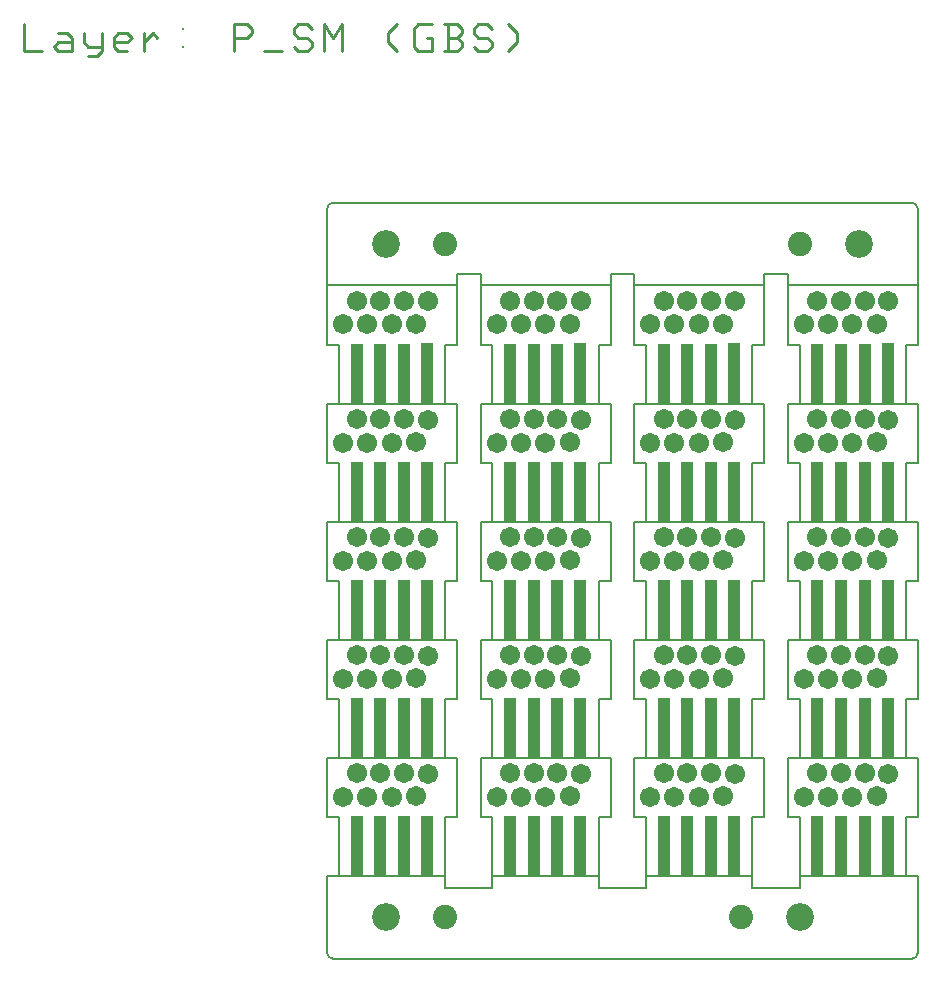
<source format=gbs>
*
%FSTAX26Y26*%
%MOIN*%
%ADD10C,0.067055*%
%ADD11C,0.006000*%
%ADD12R,0.044370X0.201850*%
%ADD13C,0.080709*%
%ADD14C,0.092717*%
%ADD15C,0.010000*%
%IPPOS*%
%LNp_sm(gbs)*%
%LPD*%
G75*
G54D10*
X00098425Y0061811D03*
X00133858Y0053937D03*
X00255906Y0061811D03*
X00297244Y00541339D03*
X00334646Y00616142D03*
X0005315Y0053937D03*
X00177165Y0061811D03*
X00214567Y0053937D03*
G54D11*
XY00472441D02*
X0003937D01*
Y00275591D01*
X00391732D01*
X00393701Y00277559D01*
Y00472441D01*
X00433071D01*
Y00669291D01*
XD01*
Y00472441D01*
G54D12*
X00098425Y00374016D03*
X00177165D03*
X00255906D03*
X00332677Y00375984D03*
G54D10*
X00098425Y01011811D03*
X00133858Y00933071D03*
X00255906Y01011811D03*
X00297244Y00935039D03*
X00334646Y01009843D03*
X0005315Y00933071D03*
X00177165Y01011811D03*
X00214567Y00933071D03*
G54D11*
XY00866142D02*
X0003937D01*
Y00669291D01*
X00391732D01*
X00393701Y0067126D01*
Y00866142D01*
X00433071D01*
Y01062992D01*
XD01*
Y00866142D01*
G54D12*
X00098425Y00767717D03*
X00177165D03*
X00255906D03*
X00332677Y00769685D03*
G54D10*
X00098425Y01405512D03*
X00133858Y01326772D03*
X00255906Y01405512D03*
X00297244Y0132874D03*
X00334646Y01403543D03*
X0005315Y01326772D03*
X00177165Y01405512D03*
X00214567Y01326772D03*
G54D11*
XY01259843D02*
X0003937D01*
Y01062992D01*
X00391732D01*
X00393701Y01064961D01*
Y01259843D01*
X00433071D01*
Y01456693D01*
XD01*
Y01259843D01*
G54D12*
X00098425Y01161417D03*
X00177165D03*
X00255906D03*
X00332677Y01163386D03*
G54D10*
X00098425Y01799213D03*
X00133858Y01720472D03*
X00255906Y01799213D03*
X00297244Y01722441D03*
X00334646Y01797244D03*
X0005315Y01720472D03*
X00177165Y01799213D03*
X00214567Y01720472D03*
G54D11*
XY01653543D02*
X0003937D01*
Y01456693D01*
X00391732D01*
X00393701Y01458661D01*
Y01653543D01*
X00433071D01*
Y01850394D01*
XD01*
Y01653543D01*
G54D12*
X00098425Y01555118D03*
X00177165D03*
X00255906D03*
X00332677Y01557087D03*
G54D10*
X00098425Y02192913D03*
X00133858Y02114173D03*
X00255906Y02192913D03*
X00297244Y02116142D03*
X00334646Y02190945D03*
X0005315Y02114173D03*
X00177165Y02192913D03*
X00214567Y02114173D03*
G54D11*
XY02047244D02*
X0003937D01*
Y01850394D01*
X00391732D01*
X00393701Y01852362D01*
Y02047244D01*
X00433071D01*
Y02244094D01*
XD01*
Y02047244D01*
G54D12*
X00098425Y01948819D03*
X00177165D03*
X00255906D03*
X00332677Y01950787D03*
G54D10*
X00610236Y0061811D03*
X00645669Y0053937D03*
X00767717Y0061811D03*
X00809055Y00541339D03*
X00846457Y00616142D03*
X00564961Y0053937D03*
X00688976Y0061811D03*
X00726378Y0053937D03*
G54D11*
X00511811Y00472441D02*
X00551181D01*
Y00275591D01*
X00903543D01*
X00905512Y00277559D01*
Y00472441D01*
X00944882D01*
Y00669291D01*
X00511811D01*
Y00472441D01*
G54D12*
X00610236Y00374016D03*
X00688976D03*
X00767717D03*
X00844488Y00375984D03*
G54D10*
X00610236Y01011811D03*
X00645669Y00933071D03*
X00767717Y01011811D03*
X00809055Y00935039D03*
X00846457Y01009843D03*
X00564961Y00933071D03*
X00688976Y01011811D03*
X00726378Y00933071D03*
G54D11*
X00511811Y00866142D02*
X00551181D01*
Y00669291D01*
X00903543D01*
X00905512Y0067126D01*
Y00866142D01*
X00944882D01*
Y01062992D01*
X00511811D01*
Y00866142D01*
G54D12*
X00610236Y00767717D03*
X00688976D03*
X00767717D03*
X00844488Y00769685D03*
G54D10*
X00610236Y01405512D03*
X00645669Y01326772D03*
X00767717Y01405512D03*
X00809055Y0132874D03*
X00846457Y01403543D03*
X00564961Y01326772D03*
X00688976Y01405512D03*
X00726378Y01326772D03*
G54D11*
X00511811Y01259843D02*
X00551181D01*
Y01062992D01*
X00903543D01*
X00905512Y01064961D01*
Y01259843D01*
X00944882D01*
Y01456693D01*
X00511811D01*
Y01259843D01*
G54D12*
X00610236Y01161417D03*
X00688976D03*
X00767717D03*
X00844488Y01163386D03*
G54D10*
X00610236Y01799213D03*
X00645669Y01720472D03*
X00767717Y01799213D03*
X00809055Y01722441D03*
X00846457Y01797244D03*
X00564961Y01720472D03*
X00688976Y01799213D03*
X00726378Y01720472D03*
G54D11*
X00511811Y01653543D02*
X00551181D01*
Y01456693D01*
X00903543D01*
X00905512Y01458661D01*
Y01653543D01*
X00944882D01*
Y01850394D01*
X00511811D01*
Y01653543D01*
G54D12*
X00610236Y01555118D03*
X00688976D03*
X00767717D03*
X00844488Y01557087D03*
G54D10*
X00610236Y02192913D03*
X00645669Y02114173D03*
X00767717Y02192913D03*
X00809055Y02116142D03*
X00846457Y02190945D03*
X00564961Y02114173D03*
X00688976Y02192913D03*
X00726378Y02114173D03*
G54D11*
X00511811Y02047244D02*
X00551181D01*
Y01850394D01*
X00903543D01*
X00905512Y01852362D01*
Y02047244D01*
X00944882D01*
Y02244094D01*
X00511811D01*
Y02047244D01*
G54D12*
X00610236Y01948819D03*
X00688976D03*
X00767717D03*
X00844488Y01950787D03*
G54D10*
X01122047Y0061811D03*
X0115748Y0053937D03*
X01279528Y0061811D03*
X01320866Y00541339D03*
X01358268Y00616142D03*
X01076772Y0053937D03*
X01200787Y0061811D03*
X01238189Y0053937D03*
G54D11*
X01023622Y00472441D02*
X01062992D01*
Y00275591D01*
X01415354D01*
X01417323Y00277559D01*
Y00472441D01*
X01456693D01*
Y00669291D01*
X01023622D01*
Y00472441D01*
G54D12*
X01122047Y00374016D03*
X01200787D03*
X01279528D03*
X01356299Y00375984D03*
G54D10*
X01122047Y01011811D03*
X0115748Y00933071D03*
X01279528Y01011811D03*
X01320866Y00935039D03*
X01358268Y01009843D03*
X01076772Y00933071D03*
X01200787Y01011811D03*
X01238189Y00933071D03*
G54D11*
X01023622Y00866142D02*
X01062992D01*
Y00669291D01*
X01415354D01*
X01417323Y0067126D01*
Y00866142D01*
X01456693D01*
Y01062992D01*
X01023622D01*
Y00866142D01*
G54D12*
X01122047Y00767717D03*
X01200787D03*
X01279528D03*
X01356299Y00769685D03*
G54D10*
X01122047Y01405512D03*
X0115748Y01326772D03*
X01279528Y01405512D03*
X01320866Y0132874D03*
X01358268Y01403543D03*
X01076772Y01326772D03*
X01200787Y01405512D03*
X01238189Y01326772D03*
G54D11*
X01023622Y01259843D02*
X01062992D01*
Y01062992D01*
X01415354D01*
X01417323Y01064961D01*
Y01259843D01*
X01456693D01*
Y01456693D01*
X01023622D01*
Y01259843D01*
G54D12*
X01122047Y01161417D03*
X01200787D03*
X01279528D03*
X01356299Y01163386D03*
G54D10*
X01122047Y01799213D03*
X0115748Y01720472D03*
X01279528Y01799213D03*
X01320866Y01722441D03*
X01358268Y01797244D03*
X01076772Y01720472D03*
X01200787Y01799213D03*
X01238189Y01720472D03*
G54D11*
X01023622Y01653543D02*
X01062992D01*
Y01456693D01*
X01415354D01*
X01417323Y01458661D01*
Y01653543D01*
X01456693D01*
Y01850394D01*
X01023622D01*
Y01653543D01*
G54D12*
X01122047Y01555118D03*
X01200787D03*
X01279528D03*
X01356299Y01557087D03*
G54D10*
X01122047Y02192913D03*
X0115748Y02114173D03*
X01279528Y02192913D03*
X01320866Y02116142D03*
X01358268Y02190945D03*
X01076772Y02114173D03*
X01200787Y02192913D03*
X01238189Y02114173D03*
G54D11*
X01023622Y02047244D02*
X01062992D01*
Y01850394D01*
X01415354D01*
X01417323Y01852362D01*
Y02047244D01*
X01456693D01*
Y02244094D01*
X01023622D01*
Y02047244D01*
G54D12*
X01122047Y01948819D03*
X01200787D03*
X01279528D03*
X01356299Y01950787D03*
G54D10*
X01633858Y0061811D03*
X01669291Y0053937D03*
X01791339Y0061811D03*
X01832677Y00541339D03*
X01870079Y00616142D03*
X01588583Y0053937D03*
X01712598Y0061811D03*
X0175Y0053937D03*
G54D11*
X01535433Y00472441D02*
X01574803D01*
Y00275591D01*
X01927165D01*
X01929134Y00277559D01*
Y00472441D01*
X01968504D01*
Y00669291D01*
X01535433D01*
Y00472441D01*
G54D12*
X01633858Y00374016D03*
X01712598D03*
X01791339D03*
X0186811Y00375984D03*
G54D10*
X01633858Y01011811D03*
X01669291Y00933071D03*
X01791339Y01011811D03*
X01832677Y00935039D03*
X01870079Y01009843D03*
X01588583Y00933071D03*
X01712598Y01011811D03*
X0175Y00933071D03*
G54D11*
X01535433Y00866142D02*
X01574803D01*
Y00669291D01*
X01927165D01*
X01929134Y0067126D01*
Y00866142D01*
X01968504D01*
Y01062992D01*
X01535433D01*
Y00866142D01*
G54D12*
X01633858Y00767717D03*
X01712598D03*
X01791339D03*
X0186811Y00769685D03*
G54D10*
X01633858Y01405512D03*
X01669291Y01326772D03*
X01791339Y01405512D03*
X01832677Y0132874D03*
X01870079Y01403543D03*
X01588583Y01326772D03*
X01712598Y01405512D03*
X0175Y01326772D03*
G54D11*
X01535433Y01259843D02*
X01574803D01*
Y01062992D01*
X01927165D01*
X01929134Y01064961D01*
Y01259843D01*
X01968504D01*
Y01456693D01*
X01535433D01*
Y01259843D01*
G54D12*
X01633858Y01161417D03*
X01712598D03*
X01791339D03*
X0186811Y01163386D03*
G54D10*
X01633858Y01799213D03*
X01669291Y01720472D03*
X01791339Y01799213D03*
X01832677Y01722441D03*
X01870079Y01797244D03*
X01588583Y01720472D03*
X01712598Y01799213D03*
X0175Y01720472D03*
G54D11*
X01535433Y01653543D02*
X01574803D01*
Y01456693D01*
X01927165D01*
X01929134Y01458661D01*
Y01653543D01*
X01968504D01*
Y01850394D01*
X01535433D01*
Y01653543D01*
G54D12*
X01633858Y01555118D03*
X01712598D03*
X01791339D03*
X0186811Y01557087D03*
G54D10*
X01633858Y02192913D03*
X01669291Y02114173D03*
X01791339Y02192913D03*
X01832677Y02116142D03*
X01870079Y02190945D03*
X01588583Y02114173D03*
X01712598Y02192913D03*
X0175Y02114173D03*
G54D11*
X01535433Y02047244D02*
X01574803D01*
Y01850394D01*
X01927165D01*
X01929134Y01852362D01*
Y02047244D01*
X01968504D01*
Y02244094D01*
X01535433D01*
Y02047244D01*
G54D12*
X01633858Y01948819D03*
X01712598D03*
X01791339D03*
X0186811Y01950787D03*
G54D13*
X00393701Y00137795D03*
X01377953D03*
X00393701Y0238189D03*
X01574803D03*
G54D14*
X0019685Y00137795D03*
X01574803D03*
X0019685Y0238189D03*
X01771654D03*
G54D11*
X00019685YD02*
X01948819D01*
X01968504Y00019685D02*
Y00275591D01*
X01574803D01*
XD02*
Y00019685D01*
Y02244094D02*
X00433071D01*
X01968504D02*
Y025D01*
X01948819Y02519685D02*
X00019685D01*
XY025D02*
Y02244094D01*
X00433071D02*
Y02283465D01*
X00511811Y02244094D02*
Y02283465D01*
X00433071D02*
X00511811D01*
X00393701Y00277559D02*
Y0023622D01*
X00551181Y00275591D02*
Y0023622D01*
X00393701D02*
X00551181D01*
X00905512Y00277559D02*
Y0023622D01*
X01062992Y00275591D02*
Y0023622D01*
X00905512D02*
X01062992D01*
X01417323Y00277559D02*
Y0023622D01*
X01574803Y00275591D02*
Y0023622D01*
X01417323D02*
X01574803D01*
X00944882Y02244094D02*
Y02283465D01*
X01023622Y02244094D02*
Y02283465D01*
X00944882D02*
X01023622D01*
X01456693Y02244094D02*
Y02283465D01*
X01535433Y02244094D02*
Y02283465D01*
X01456693D02*
X01535433D01*
X00511811Y02244094D02*
X00944882D01*
X01023622D02*
X01456693D01*
X01535433D02*
X01968504D01*
X01417323Y00275591D02*
X01062992D01*
X00905512D02*
X00551181D01*
X00393701D02*
XD01*
X00019685Y02519685D02*
G03XY025IJ-00019685D01*
X01948819Y02519685D02*
G02X01968504Y025IJ-00019685D01*
Y00019685D02*
G02X01948819YI-00019685JD01*
XY00019685D02*
G03X00019685YI00019685JD01*
G54D15*
X-01010749Y03114089D02*
G01Y03024685D01*
X-00951146D01*
X-00895848Y03084288D02*
X-00866047D01*
X-00851146Y03069387D01*
Y03024685D01*
X-00895848D01*
X-00910749Y03039586D01*
X-00895848Y03054486D01*
X-00851146D01*
X-00810749Y03084288D02*
Y03054486D01*
X-00795848Y03039586D01*
X-00751146D01*
Y03084288D02*
Y03024685D01*
X-00766047Y03009784D01*
X-00795848D01*
X-00666047Y03024685D02*
X-00695848D01*
X-00710749Y03039586D01*
Y03069387D01*
X-00695848Y03084288D01*
X-00666047D01*
X-00651146Y03069387D01*
X-00666047Y03054486D01*
X-00710749D01*
X-00610749Y03084288D02*
Y03024685D01*
Y03054486D02*
X-00580948Y03084288D01*
X-00566047Y03069387D01*
X-00480948Y03039586D03*
Y03099188D03*
X-00310749Y03024685D02*
Y03114089D01*
X-00266047D01*
X-00251146Y03099188D01*
Y03084288D01*
X-00266047Y03069387D01*
X-00310749D01*
X-00210749Y03024685D02*
X-00151146D01*
X-00110749Y03039586D02*
X-00095848Y03024685D01*
X-00066047D01*
X-00051146Y03039586D01*
Y03054486D01*
X-00066047Y03069387D01*
X-00095848D01*
X-00110749Y03084288D01*
Y03099188D01*
X-00095848Y03114089D01*
X-00066047D01*
X-00051146Y03099188D01*
X-00010749Y03024685D02*
Y03114089D01*
X00019052Y03069387D01*
X00048854Y03114089D01*
Y03024685D01*
X00233953D02*
X00204152Y03054486D01*
Y03084288D01*
X00233953Y03114089D01*
X00304152D02*
X00348854D01*
X00304152D02*
X00289251Y03099188D01*
Y03039586D01*
X00304152Y03024685D01*
X00348854D01*
Y03069387D01*
X00333953D01*
X00389251Y03114089D02*
X00433953D01*
X00448854Y03099188D01*
Y03084288D01*
X00433953Y03069387D01*
X00448854Y03054486D01*
Y03039586D01*
X00433953Y03024685D01*
X00389251D01*
X00404152D02*
Y03114089D01*
Y03069387D02*
X00433953D01*
X00489251Y03039586D02*
X00504152Y03024685D01*
X00533953D01*
X00548854Y03039586D01*
Y03054486D01*
X00533953Y03069387D01*
X00504152D01*
X00489251Y03084288D01*
Y03099188D01*
X00504152Y03114089D01*
X00533953D01*
X00548854Y03099188D01*
X00604152Y03024685D02*
X00633953Y03054486D01*
Y03084288D01*
X00604152Y03114089D01*
M02*

</source>
